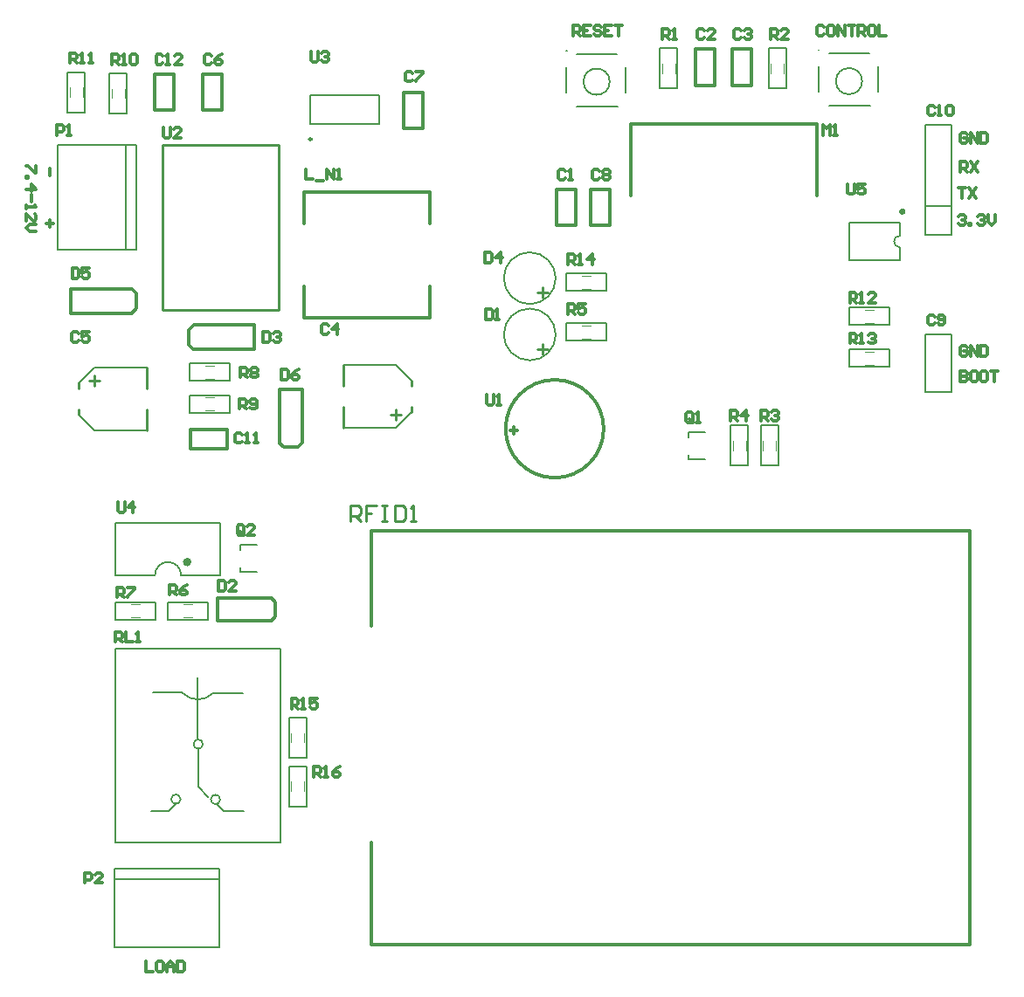
<source format=gto>
G04*
G04 #@! TF.GenerationSoftware,Altium Limited,Altium Designer,24.1.2 (44)*
G04*
G04 Layer_Color=65535*
%FSLAX43Y43*%
%MOMM*%
G71*
G04*
G04 #@! TF.SameCoordinates,54BEDA40-E342-42F5-ADC8-61CD6FAB378A*
G04*
G04*
G04 #@! TF.FilePolarity,Positive*
G04*
G01*
G75*
%ADD10C,0.203*%
%ADD11C,0.152*%
%ADD12C,0.300*%
%ADD13C,0.200*%
%ADD14C,0.250*%
%ADD15C,0.178*%
%ADD16C,0.381*%
%ADD17C,0.254*%
%ADD18C,0.127*%
%ADD19C,0.102*%
G36*
X86220Y76052D02*
Y76112D01*
X86266Y76222D01*
X86350Y76306D01*
X86460Y76352D01*
X86520D01*
X86580D01*
X86690Y76306D01*
X86774Y76222D01*
X86820Y76112D01*
Y76052D01*
Y75992D01*
X86774Y75882D01*
X86690Y75798D01*
X86580Y75752D01*
X86520D01*
X86460D01*
X86350Y75798D01*
X86266Y75882D01*
X86220Y75992D01*
Y76052D01*
D01*
D02*
G37*
D10*
X50419Y67075D02*
G03*
X52940Y69596I0J2521D01*
G01*
X47905D02*
G03*
X50419Y67082I2514J0D01*
G01*
Y72110D02*
G03*
X47905Y69596I0J-2514D01*
G01*
X52933D02*
G03*
X50419Y72110I-2514J0D01*
G01*
Y61614D02*
G03*
X52940Y64135I0J2521D01*
G01*
X47905D02*
G03*
X50419Y61621I2514J0D01*
G01*
Y66649D02*
G03*
X47905Y64135I0J-2514D01*
G01*
X52933D02*
G03*
X50419Y66649I-2514J0D01*
G01*
X8255Y54864D02*
X13335D01*
X8255Y60960D02*
X13335D01*
X6731Y56388D02*
X7239Y55880D01*
X8255Y54864D01*
X6731Y59436D02*
X7239Y59944D01*
X8255Y60960D01*
X37465Y55118D02*
X38481Y56134D01*
X38989Y56642D01*
X37465Y61214D02*
X38481Y60198D01*
X38989Y59690D01*
X32385Y55118D02*
X37465D01*
X32385Y61214D02*
X37465D01*
D11*
X58166Y88646D02*
G03*
X58166Y88646I-1270J0D01*
G01*
X82626Y88697D02*
G03*
X82626Y88697I-1270J0D01*
G01*
X54991Y86233D02*
X58928D01*
X53975Y87630D02*
Y90043D01*
X54991Y91313D02*
X58903D01*
X59690Y87630D02*
Y90043D01*
X84150Y87681D02*
Y90094D01*
X79451Y91364D02*
X83363D01*
X78435Y87681D02*
Y90094D01*
X79451Y86284D02*
X83388D01*
X10160Y11303D02*
X20320D01*
X10160Y4699D02*
Y12319D01*
X20320D01*
Y4699D02*
Y12319D01*
X10160Y4699D02*
X20320D01*
X11303Y72390D02*
Y82550D01*
X4699D02*
X12319D01*
Y72390D02*
Y82550D01*
X4699Y72390D02*
X12319D01*
X4699D02*
Y82550D01*
D12*
X57582Y54991D02*
G03*
X57582Y54991I-4750J0D01*
G01*
X28571Y77982D02*
X40771D01*
X28571Y65782D02*
X40771D01*
X28571D02*
Y68832D01*
Y74932D02*
Y77982D01*
X40771Y65782D02*
Y68832D01*
Y74932D02*
Y77982D01*
X35052Y5000D02*
Y14900D01*
Y35900D02*
Y45100D01*
X93052Y45100D01*
Y5000D02*
Y45100D01*
X35052Y5000D02*
X93052Y5000D01*
X60215Y84554D02*
X78215D01*
X60215Y77564D02*
Y84554D01*
X78215Y77564D02*
Y84554D01*
X54905Y74694D02*
Y75554D01*
X53045Y74694D02*
X54905D01*
X53045D02*
Y78214D01*
X54905D01*
Y75554D02*
Y78214D01*
X58207Y74694D02*
Y75554D01*
X56347Y74694D02*
X58207D01*
X56347D02*
Y78214D01*
X58207D01*
Y75554D02*
Y78214D01*
X66507Y90943D02*
Y91803D01*
X68367D01*
Y88283D02*
Y91803D01*
X66507Y88283D02*
X68367D01*
X66507D02*
Y90943D01*
X70063D02*
Y91803D01*
X71923D01*
Y88283D02*
Y91803D01*
X70063Y88283D02*
X71923D01*
X70063D02*
Y90943D01*
X20204Y54905D02*
X21064D01*
Y53045D02*
Y54905D01*
X17544Y53045D02*
X21064D01*
X17544D02*
Y54905D01*
X20204D01*
X23754Y62711D02*
Y65071D01*
X17804Y62711D02*
X23754D01*
X17364Y63151D02*
X17804Y62711D01*
X17364Y63151D02*
Y64591D01*
X17844Y65071D01*
X23754D01*
X20497Y36365D02*
X25397D01*
X25797Y36765D01*
Y38145D01*
X25377Y38565D02*
X25797Y38145D01*
X20187Y38565D02*
X25377D01*
X20187Y36365D02*
Y38565D01*
Y36365D02*
X20497D01*
X5920Y66210D02*
Y68570D01*
X11870D01*
X12310Y68130D01*
Y66690D02*
Y68130D01*
X11830Y66210D02*
X12310Y66690D01*
X5920Y66210D02*
X11830D01*
X38186Y86752D02*
Y87612D01*
X40046D01*
Y84092D02*
Y87612D01*
X38186Y84092D02*
X40046D01*
X38186D02*
Y86752D01*
X15916Y85870D02*
Y86730D01*
X14056Y85870D02*
X15916D01*
X14056D02*
Y89390D01*
X15916D01*
Y86730D02*
Y89390D01*
X20615Y85870D02*
Y86730D01*
X18755Y85870D02*
X20615D01*
X18755D02*
Y89390D01*
X20615D01*
Y86730D02*
Y89390D01*
X26205Y58497D02*
Y58807D01*
X28405D01*
Y53617D02*
Y58807D01*
X27985Y53197D02*
X28405Y53617D01*
X26605Y53197D02*
X27985D01*
X26205Y53597D02*
X26605Y53197D01*
X26205Y53597D02*
Y58497D01*
X28734Y80183D02*
Y79183D01*
X29400D01*
X29734Y79017D02*
X30400D01*
X30733Y79183D02*
Y80183D01*
X31400Y79183D01*
Y80183D01*
X31733Y79183D02*
X32066D01*
X31900D01*
Y80183D01*
X31733Y80017D01*
X6733Y64233D02*
X6567Y64400D01*
X6234D01*
X6067Y64233D01*
Y63567D01*
X6234Y63400D01*
X6567D01*
X6733Y63567D01*
X7733Y64400D02*
X7067D01*
Y63900D01*
X7400Y64067D01*
X7566D01*
X7733Y63900D01*
Y63567D01*
X7566Y63400D01*
X7233D01*
X7067Y63567D01*
X48560Y54862D02*
X49226D01*
X48893Y55195D02*
Y54529D01*
X2600Y80500D02*
Y79834D01*
X2433D01*
X1767Y80500D01*
X1600D01*
Y79500D02*
X1767D01*
Y79334D01*
X1600D01*
Y79500D01*
Y78167D02*
X2600D01*
X2100Y78667D01*
Y78001D01*
Y77668D02*
Y77001D01*
X1600Y76668D02*
Y76335D01*
Y76501D01*
X2600D01*
X2433Y76668D01*
X1600Y75168D02*
Y75835D01*
X2266Y75168D01*
X2433D01*
X2600Y75335D01*
Y75668D01*
X2433Y75835D01*
X2600Y74835D02*
X1933D01*
X1600Y74502D01*
X1933Y74169D01*
X2600D01*
X13254Y3332D02*
Y2332D01*
X13920D01*
X14754Y3332D02*
X14420D01*
X14254Y3165D01*
Y2499D01*
X14420Y2332D01*
X14754D01*
X14920Y2499D01*
Y3165D01*
X14754Y3332D01*
X15253Y2332D02*
Y2998D01*
X15587Y3332D01*
X15920Y2998D01*
Y2332D01*
Y2832D01*
X15253D01*
X16253Y3332D02*
Y2332D01*
X16753D01*
X16919Y2499D01*
Y3165D01*
X16753Y3332D01*
X16253D01*
X3891Y79548D02*
Y80214D01*
X92787Y62855D02*
X92621Y63022D01*
X92288D01*
X92121Y62855D01*
Y62189D01*
X92288Y62022D01*
X92621D01*
X92787Y62189D01*
Y62522D01*
X92454D01*
X93121Y62022D02*
Y63022D01*
X93787Y62022D01*
Y63022D01*
X94120D02*
Y62022D01*
X94620D01*
X94787Y62189D01*
Y62855D01*
X94620Y63022D01*
X94120D01*
X3602Y74928D02*
X4268D01*
X3935Y75261D02*
Y74595D01*
X91994Y75555D02*
X92161Y75722D01*
X92494D01*
X92660Y75555D01*
Y75388D01*
X92494Y75222D01*
X92327D01*
X92494D01*
X92660Y75055D01*
Y74889D01*
X92494Y74722D01*
X92161D01*
X91994Y74889D01*
X92994Y74722D02*
Y74889D01*
X93160D01*
Y74722D01*
X92994D01*
X93827Y75555D02*
X93993Y75722D01*
X94327D01*
X94493Y75555D01*
Y75388D01*
X94327Y75222D01*
X94160D01*
X94327D01*
X94493Y75055D01*
Y74889D01*
X94327Y74722D01*
X93993D01*
X93827Y74889D01*
X94826Y75722D02*
Y75055D01*
X95160Y74722D01*
X95493Y75055D01*
Y75722D01*
X91994Y78389D02*
X92660D01*
X92327D01*
Y77389D01*
X92994Y78389D02*
X93660Y77389D01*
Y78389D02*
X92994Y77389D01*
X92121Y79929D02*
Y80929D01*
X92621D01*
X92787Y80762D01*
Y80429D01*
X92621Y80262D01*
X92121D01*
X92454D02*
X92787Y79929D01*
X93121Y80929D02*
X93787Y79929D01*
Y80929D02*
X93121Y79929D01*
X92787Y83556D02*
X92621Y83723D01*
X92288D01*
X92121Y83556D01*
Y82890D01*
X92288Y82723D01*
X92621D01*
X92787Y82890D01*
Y83223D01*
X92454D01*
X93121Y82723D02*
Y83723D01*
X93787Y82723D01*
Y83723D01*
X94120D02*
Y82723D01*
X94620D01*
X94787Y82890D01*
Y83556D01*
X94620Y83723D01*
X94120D01*
X92121Y60609D02*
Y59609D01*
X92621D01*
X92787Y59776D01*
Y59942D01*
X92621Y60109D01*
X92121D01*
X92621D01*
X92787Y60275D01*
Y60442D01*
X92621Y60609D01*
X92121D01*
X93621D02*
X93287D01*
X93121Y60442D01*
Y59776D01*
X93287Y59609D01*
X93621D01*
X93787Y59776D01*
Y60442D01*
X93621Y60609D01*
X94620D02*
X94287D01*
X94120Y60442D01*
Y59776D01*
X94287Y59609D01*
X94620D01*
X94787Y59776D01*
Y60442D01*
X94620Y60609D01*
X95120D02*
X95786D01*
X95453D01*
Y59609D01*
X29484Y21217D02*
Y22217D01*
X29984D01*
X30151Y22050D01*
Y21717D01*
X29984Y21550D01*
X29484D01*
X29818D02*
X30151Y21217D01*
X30484D02*
X30817D01*
X30651D01*
Y22217D01*
X30484Y22050D01*
X31984Y22217D02*
X31650Y22050D01*
X31317Y21717D01*
Y21384D01*
X31484Y21217D01*
X31817D01*
X31984Y21384D01*
Y21550D01*
X31817Y21717D01*
X31317D01*
X27325Y27821D02*
Y28821D01*
X27825D01*
X27992Y28654D01*
Y28321D01*
X27825Y28154D01*
X27325D01*
X27659D02*
X27992Y27821D01*
X28325D02*
X28658D01*
X28492D01*
Y28821D01*
X28325Y28654D01*
X29825Y28821D02*
X29158D01*
Y28321D01*
X29491Y28488D01*
X29658D01*
X29825Y28321D01*
Y27988D01*
X29658Y27821D01*
X29325D01*
X29158Y27988D01*
X26368Y60756D02*
Y59756D01*
X26867D01*
X27034Y59923D01*
Y60589D01*
X26867Y60756D01*
X26368D01*
X28034D02*
X27701Y60589D01*
X27367Y60256D01*
Y59923D01*
X27534Y59756D01*
X27867D01*
X28034Y59923D01*
Y60089D01*
X27867Y60256D01*
X27367D01*
X54155Y70932D02*
Y71932D01*
X54655D01*
X54822Y71765D01*
Y71432D01*
X54655Y71265D01*
X54155D01*
X54488D02*
X54822Y70932D01*
X55155D02*
X55488D01*
X55321D01*
Y71932D01*
X55155Y71765D01*
X56488Y70932D02*
Y71932D01*
X55988Y71432D01*
X56654D01*
X6073Y70535D02*
Y69535D01*
X6573D01*
X6739Y69702D01*
Y70368D01*
X6573Y70535D01*
X6073D01*
X7739D02*
X7073D01*
Y70035D01*
X7406Y70201D01*
X7573D01*
X7739Y70035D01*
Y69702D01*
X7573Y69535D01*
X7239D01*
X7073Y69702D01*
X46067Y72100D02*
Y71100D01*
X46567D01*
X46733Y71267D01*
Y71933D01*
X46567Y72100D01*
X46067D01*
X47566Y71100D02*
Y72100D01*
X47067Y71600D01*
X47733D01*
X81209Y78732D02*
Y77899D01*
X81376Y77732D01*
X81709D01*
X81875Y77899D01*
Y78732D01*
X82875D02*
X82209D01*
Y78232D01*
X82542Y78399D01*
X82708D01*
X82875Y78232D01*
Y77899D01*
X82708Y77732D01*
X82375D01*
X82209Y77899D01*
X10493Y47878D02*
Y47045D01*
X10659Y46878D01*
X10992D01*
X11159Y47045D01*
Y47878D01*
X11992Y46878D02*
Y47878D01*
X11492Y47378D01*
X12159D01*
X29266Y91559D02*
Y90726D01*
X29433Y90559D01*
X29766D01*
X29932Y90726D01*
Y91559D01*
X30266Y91392D02*
X30432Y91559D01*
X30765D01*
X30932Y91392D01*
Y91226D01*
X30765Y91059D01*
X30599D01*
X30765D01*
X30932Y90892D01*
Y90726D01*
X30765Y90559D01*
X30432D01*
X30266Y90726D01*
X14915Y84193D02*
Y83360D01*
X15082Y83193D01*
X15415D01*
X15581Y83360D01*
Y84193D01*
X16581Y83193D02*
X15915D01*
X16581Y83860D01*
Y84026D01*
X16414Y84193D01*
X16081D01*
X15915Y84026D01*
X46234Y58300D02*
Y57467D01*
X46400Y57300D01*
X46733D01*
X46900Y57467D01*
Y58300D01*
X47233Y57300D02*
X47566D01*
X47400D01*
Y58300D01*
X47233Y58133D01*
X78934Y93933D02*
X78768Y94100D01*
X78434D01*
X78268Y93933D01*
Y93267D01*
X78434Y93100D01*
X78768D01*
X78934Y93267D01*
X79767Y94100D02*
X79434D01*
X79267Y93933D01*
Y93267D01*
X79434Y93100D01*
X79767D01*
X79934Y93267D01*
Y93933D01*
X79767Y94100D01*
X80267Y93100D02*
Y94100D01*
X80934Y93100D01*
Y94100D01*
X81267D02*
X81933D01*
X81600D01*
Y93100D01*
X82266D02*
Y94100D01*
X82766D01*
X82933Y93933D01*
Y93600D01*
X82766Y93433D01*
X82266D01*
X82600D02*
X82933Y93100D01*
X83766Y94100D02*
X83433D01*
X83266Y93933D01*
Y93267D01*
X83433Y93100D01*
X83766D01*
X83933Y93267D01*
Y93933D01*
X83766Y94100D01*
X84266D02*
Y93100D01*
X84932D01*
X54667D02*
Y94100D01*
X55167D01*
X55334Y93933D01*
Y93600D01*
X55167Y93433D01*
X54667D01*
X55001D02*
X55334Y93100D01*
X56334Y94100D02*
X55667D01*
Y93100D01*
X56334D01*
X55667Y93600D02*
X56000D01*
X57333Y93933D02*
X57167Y94100D01*
X56833D01*
X56667Y93933D01*
Y93767D01*
X56833Y93600D01*
X57167D01*
X57333Y93433D01*
Y93267D01*
X57167Y93100D01*
X56833D01*
X56667Y93267D01*
X58333Y94100D02*
X57666D01*
Y93100D01*
X58333D01*
X57666Y93600D02*
X58000D01*
X58666Y94100D02*
X59333D01*
X58999D01*
Y93100D01*
X10264Y34298D02*
Y35298D01*
X10764D01*
X10930Y35131D01*
Y34798D01*
X10764Y34631D01*
X10264D01*
X10597D02*
X10930Y34298D01*
X11263Y35298D02*
Y34298D01*
X11930D01*
X12263D02*
X12596D01*
X12430D01*
Y35298D01*
X12263Y35131D01*
X81427Y63254D02*
Y64254D01*
X81927D01*
X82094Y64087D01*
Y63754D01*
X81927Y63587D01*
X81427D01*
X81761D02*
X82094Y63254D01*
X82427D02*
X82760D01*
X82594D01*
Y64254D01*
X82427Y64087D01*
X83260D02*
X83427Y64254D01*
X83760D01*
X83927Y64087D01*
Y63921D01*
X83760Y63754D01*
X83593D01*
X83760D01*
X83927Y63587D01*
Y63421D01*
X83760Y63254D01*
X83427D01*
X83260Y63421D01*
X81427Y67191D02*
Y68191D01*
X81927D01*
X82094Y68024D01*
Y67691D01*
X81927Y67524D01*
X81427D01*
X81761D02*
X82094Y67191D01*
X82427D02*
X82760D01*
X82594D01*
Y68191D01*
X82427Y68024D01*
X83927Y67191D02*
X83260D01*
X83927Y67858D01*
Y68024D01*
X83760Y68191D01*
X83427D01*
X83260Y68024D01*
X5870Y90439D02*
Y91439D01*
X6370D01*
X6536Y91272D01*
Y90939D01*
X6370Y90772D01*
X5870D01*
X6203D02*
X6536Y90439D01*
X6869D02*
X7203D01*
X7036D01*
Y91439D01*
X6869Y91272D01*
X7703Y90439D02*
X8036D01*
X7869D01*
Y91439D01*
X7703Y91272D01*
X9908Y90338D02*
Y91337D01*
X10408D01*
X10575Y91171D01*
Y90837D01*
X10408Y90671D01*
X9908D01*
X10242D02*
X10575Y90338D01*
X10908D02*
X11241D01*
X11075D01*
Y91337D01*
X10908Y91171D01*
X11741D02*
X11908Y91337D01*
X12241D01*
X12408Y91171D01*
Y90504D01*
X12241Y90338D01*
X11908D01*
X11741Y90504D01*
Y91171D01*
X22281Y56904D02*
Y57904D01*
X22781D01*
X22947Y57737D01*
Y57404D01*
X22781Y57237D01*
X22281D01*
X22614D02*
X22947Y56904D01*
X23281Y57071D02*
X23447Y56904D01*
X23780D01*
X23947Y57071D01*
Y57737D01*
X23780Y57904D01*
X23447D01*
X23281Y57737D01*
Y57571D01*
X23447Y57404D01*
X23947D01*
X22408Y59952D02*
Y60952D01*
X22908D01*
X23074Y60785D01*
Y60452D01*
X22908Y60285D01*
X22408D01*
X22741D02*
X23074Y59952D01*
X23408Y60785D02*
X23574Y60952D01*
X23907D01*
X24074Y60785D01*
Y60619D01*
X23907Y60452D01*
X24074Y60285D01*
Y60119D01*
X23907Y59952D01*
X23574D01*
X23408Y60119D01*
Y60285D01*
X23574Y60452D01*
X23408Y60619D01*
Y60785D01*
X23574Y60452D02*
X23907D01*
X10470Y38616D02*
Y39616D01*
X10970D01*
X11136Y39449D01*
Y39116D01*
X10970Y38949D01*
X10470D01*
X10803D02*
X11136Y38616D01*
X11470Y39616D02*
X12136D01*
Y39449D01*
X11470Y38783D01*
Y38616D01*
X15550Y38870D02*
Y39870D01*
X16050D01*
X16216Y39703D01*
Y39370D01*
X16050Y39203D01*
X15550D01*
X15883D02*
X16216Y38870D01*
X17216Y39870D02*
X16883Y39703D01*
X16550Y39370D01*
Y39037D01*
X16716Y38870D01*
X17049D01*
X17216Y39037D01*
Y39203D01*
X17049Y39370D01*
X16550D01*
X54155Y66106D02*
Y67106D01*
X54655D01*
X54822Y66939D01*
Y66606D01*
X54655Y66439D01*
X54155D01*
X54488D02*
X54822Y66106D01*
X55821Y67106D02*
X55155D01*
Y66606D01*
X55488Y66772D01*
X55655D01*
X55821Y66606D01*
Y66273D01*
X55655Y66106D01*
X55321D01*
X55155Y66273D01*
X69906Y55761D02*
Y56761D01*
X70406D01*
X70572Y56594D01*
Y56261D01*
X70406Y56094D01*
X69906D01*
X70239D02*
X70572Y55761D01*
X71405D02*
Y56761D01*
X70906Y56261D01*
X71572D01*
X72827Y55761D02*
Y56761D01*
X73327D01*
X73493Y56594D01*
Y56261D01*
X73327Y56094D01*
X72827D01*
X73160D02*
X73493Y55761D01*
X73827Y56594D02*
X73993Y56761D01*
X74326D01*
X74493Y56594D01*
Y56428D01*
X74326Y56261D01*
X74160D01*
X74326D01*
X74493Y56094D01*
Y55928D01*
X74326Y55761D01*
X73993D01*
X73827Y55928D01*
X73789Y92751D02*
Y93750D01*
X74289D01*
X74456Y93584D01*
Y93250D01*
X74289Y93084D01*
X73789D01*
X74123D02*
X74456Y92751D01*
X75456D02*
X74789D01*
X75456Y93417D01*
Y93584D01*
X75289Y93750D01*
X74956D01*
X74789Y93584D01*
X63248Y92751D02*
Y93750D01*
X63748D01*
X63915Y93584D01*
Y93250D01*
X63748Y93084D01*
X63248D01*
X63582D02*
X63915Y92751D01*
X64248D02*
X64581D01*
X64415D01*
Y93750D01*
X64248Y93584D01*
X22741Y44860D02*
Y45527D01*
X22575Y45693D01*
X22242D01*
X22075Y45527D01*
Y44860D01*
X22242Y44694D01*
X22575D01*
X22408Y45027D02*
X22741Y44694D01*
X22575D02*
X22741Y44860D01*
X23741Y44694D02*
X23075D01*
X23741Y45360D01*
Y45527D01*
X23575Y45693D01*
X23241D01*
X23075Y45527D01*
X66201Y55782D02*
Y56449D01*
X66034Y56615D01*
X65701D01*
X65534Y56449D01*
Y55782D01*
X65701Y55616D01*
X66034D01*
X65868Y55949D02*
X66201Y55616D01*
X66034D02*
X66201Y55782D01*
X66534Y55616D02*
X66867D01*
X66701D01*
Y56615D01*
X66534Y56449D01*
X7295Y10930D02*
Y11930D01*
X7795D01*
X7961Y11763D01*
Y11430D01*
X7795Y11263D01*
X7295D01*
X8961Y10930D02*
X8295D01*
X8961Y11597D01*
Y11763D01*
X8794Y11930D01*
X8461D01*
X8295Y11763D01*
X4625Y83429D02*
Y84428D01*
X5125D01*
X5292Y84262D01*
Y83929D01*
X5125Y83762D01*
X4625D01*
X5625Y83429D02*
X5958D01*
X5791D01*
Y84428D01*
X5625Y84262D01*
X78836Y83447D02*
Y84447D01*
X79169Y84114D01*
X79502Y84447D01*
Y83447D01*
X79835D02*
X80168D01*
X80002D01*
Y84447D01*
X79835Y84280D01*
X24567Y64381D02*
Y63381D01*
X25067D01*
X25233Y63548D01*
Y64214D01*
X25067Y64381D01*
X24567D01*
X25567Y64214D02*
X25733Y64381D01*
X26066D01*
X26233Y64214D01*
Y64048D01*
X26066Y63881D01*
X25900D01*
X26066D01*
X26233Y63714D01*
Y63548D01*
X26066Y63381D01*
X25733D01*
X25567Y63548D01*
X20249Y40251D02*
Y39251D01*
X20749D01*
X20915Y39418D01*
Y40084D01*
X20749Y40251D01*
X20249D01*
X21915Y39251D02*
X21249D01*
X21915Y39918D01*
Y40084D01*
X21748Y40251D01*
X21415D01*
X21249Y40084D01*
X46134Y66600D02*
Y65600D01*
X46633D01*
X46800Y65767D01*
Y66433D01*
X46633Y66600D01*
X46134D01*
X47133Y65600D02*
X47466D01*
X47300D01*
Y66600D01*
X47133Y66433D01*
X14867Y91171D02*
X14701Y91337D01*
X14368D01*
X14201Y91171D01*
Y90504D01*
X14368Y90338D01*
X14701D01*
X14867Y90504D01*
X15201Y90338D02*
X15534D01*
X15367D01*
Y91337D01*
X15201Y91171D01*
X16700Y90338D02*
X16034D01*
X16700Y91004D01*
Y91171D01*
X16534Y91337D01*
X16200D01*
X16034Y91171D01*
X22570Y54435D02*
X22404Y54602D01*
X22071D01*
X21904Y54435D01*
Y53769D01*
X22071Y53602D01*
X22404D01*
X22570Y53769D01*
X22904Y53602D02*
X23237D01*
X23070D01*
Y54602D01*
X22904Y54435D01*
X23737Y53602D02*
X24070D01*
X23903D01*
Y54602D01*
X23737Y54435D01*
X89645Y86192D02*
X89478Y86359D01*
X89145D01*
X88979Y86192D01*
Y85526D01*
X89145Y85359D01*
X89478D01*
X89645Y85526D01*
X89978Y85359D02*
X90312D01*
X90145D01*
Y86359D01*
X89978Y86192D01*
X90811D02*
X90978Y86359D01*
X91311D01*
X91478Y86192D01*
Y85526D01*
X91311Y85359D01*
X90978D01*
X90811Y85526D01*
Y86192D01*
X89645Y65872D02*
X89478Y66039D01*
X89145D01*
X88979Y65872D01*
Y65206D01*
X89145Y65039D01*
X89478D01*
X89645Y65206D01*
X89978D02*
X90145Y65039D01*
X90478D01*
X90645Y65206D01*
Y65872D01*
X90478Y66039D01*
X90145D01*
X89978Y65872D01*
Y65706D01*
X90145Y65539D01*
X90645D01*
X57158Y79995D02*
X56992Y80161D01*
X56659D01*
X56492Y79995D01*
Y79328D01*
X56659Y79162D01*
X56992D01*
X57158Y79328D01*
X57492Y79995D02*
X57658Y80161D01*
X57992D01*
X58158Y79995D01*
Y79828D01*
X57992Y79661D01*
X58158Y79495D01*
Y79328D01*
X57992Y79162D01*
X57658D01*
X57492Y79328D01*
Y79495D01*
X57658Y79661D01*
X57492Y79828D01*
Y79995D01*
X57658Y79661D02*
X57992D01*
X39076Y89487D02*
X38910Y89654D01*
X38577D01*
X38410Y89487D01*
Y88821D01*
X38577Y88654D01*
X38910D01*
X39076Y88821D01*
X39410Y89654D02*
X40076D01*
Y89487D01*
X39410Y88821D01*
Y88654D01*
X19566Y91171D02*
X19400Y91337D01*
X19067D01*
X18900Y91171D01*
Y90504D01*
X19067Y90338D01*
X19400D01*
X19566Y90504D01*
X20566Y91337D02*
X20233Y91171D01*
X19900Y90837D01*
Y90504D01*
X20066Y90338D01*
X20400D01*
X20566Y90504D01*
Y90671D01*
X20400Y90837D01*
X19900D01*
X30895Y64958D02*
X30728Y65124D01*
X30395D01*
X30228Y64958D01*
Y64291D01*
X30395Y64125D01*
X30728D01*
X30895Y64291D01*
X31728Y64125D02*
Y65124D01*
X31228Y64625D01*
X31895D01*
X70874Y93584D02*
X70708Y93750D01*
X70375D01*
X70208Y93584D01*
Y92917D01*
X70375Y92751D01*
X70708D01*
X70874Y92917D01*
X71208Y93584D02*
X71374Y93750D01*
X71708D01*
X71874Y93584D01*
Y93417D01*
X71708Y93250D01*
X71541D01*
X71708D01*
X71874Y93084D01*
Y92917D01*
X71708Y92751D01*
X71374D01*
X71208Y92917D01*
X67318Y93584D02*
X67152Y93750D01*
X66819D01*
X66652Y93584D01*
Y92917D01*
X66819Y92751D01*
X67152D01*
X67318Y92917D01*
X68318Y92751D02*
X67652D01*
X68318Y93417D01*
Y93584D01*
X68152Y93750D01*
X67818D01*
X67652Y93584D01*
X53856Y79995D02*
X53690Y80161D01*
X53357D01*
X53190Y79995D01*
Y79328D01*
X53357Y79162D01*
X53690D01*
X53856Y79328D01*
X54190Y79162D02*
X54523D01*
X54356D01*
Y80161D01*
X54190Y79995D01*
D13*
X86270Y73702D02*
G03*
X86270Y72602I0J-550D01*
G01*
X88773Y76581D02*
X91313D01*
X88773Y73791D02*
X91313D01*
X88773D02*
Y84451D01*
X91313Y73791D02*
Y84451D01*
X88773D02*
X91313D01*
X88773Y64131D02*
X91313D01*
Y58551D02*
Y64131D01*
X88773Y58551D02*
X91313D01*
X88773D02*
Y64131D01*
X65806Y54640D02*
X67431D01*
X65806Y52040D02*
X67431D01*
X65806D02*
Y52490D01*
Y54190D02*
Y54640D01*
X86270Y71352D02*
Y72602D01*
Y73702D02*
Y74952D01*
X81380Y71352D02*
X86270D01*
X81380D02*
Y74952D01*
X86270D01*
X35862Y84579D02*
Y87379D01*
X29162Y84579D02*
Y87379D01*
X35862D01*
X29162Y84579D02*
X35862D01*
X22352Y43268D02*
Y43718D01*
Y41118D02*
Y41568D01*
Y41118D02*
X23977D01*
X22352Y43718D02*
X23977D01*
D14*
X29287Y83079D02*
G03*
X29287Y83079I-125J0D01*
G01*
D15*
X16581Y19070D02*
G03*
X16581Y19070I-452J0D01*
G01*
X20417Y19045D02*
G03*
X20417Y19045I-452J0D01*
G01*
X18740Y24404D02*
G03*
X18740Y24404I-452J0D01*
G01*
X16789Y29362D02*
G03*
X19736Y29337I1486J1461D01*
G01*
X16636Y40757D02*
G03*
X14097Y40767I-1269J43D01*
G01*
X53975Y91669D02*
X54000Y91694D01*
X78435Y91719D02*
X78461Y91745D01*
X18263Y24917D02*
Y30836D01*
X10287Y14859D02*
X26289D01*
X10287Y33655D02*
X26289D01*
X10287Y14859D02*
Y33655D01*
X26289Y14859D02*
Y33655D01*
X20777Y17932D02*
X22708D01*
X20117Y18593D02*
X20777Y17932D01*
X13767D02*
X15443D01*
X16129Y18618D01*
X18288Y20269D02*
Y23901D01*
Y20269D02*
X19279Y19279D01*
X13894Y29388D02*
X16764D01*
X19761Y29362D02*
X22657D01*
X10287Y40767D02*
Y45847D01*
X20447D01*
Y40767D02*
Y45847D01*
X10287Y40767D02*
X14072D01*
X16637D02*
X20447D01*
D16*
X17424Y42062D02*
G03*
X17424Y42062I-203J0D01*
G01*
D17*
X6731Y58928D02*
Y59436D01*
Y56388D02*
Y56896D01*
X13335Y58928D02*
Y60960D01*
Y54864D02*
Y56896D01*
X51689Y67691D02*
Y68707D01*
X51181Y68199D02*
X52197D01*
X51689Y62230D02*
Y63246D01*
X51181Y62738D02*
X52197D01*
X19603Y66528D02*
X23916D01*
X26072D01*
X17447D02*
X19603D01*
X15478D02*
X16791D01*
X14822D02*
X15478D01*
X16791D02*
X17447D01*
X14822D02*
Y82528D01*
X26072Y66528D02*
Y82528D01*
X14822D02*
X26072D01*
X32385Y59182D02*
Y61214D01*
Y55118D02*
Y57150D01*
X38989Y59182D02*
Y59690D01*
Y56642D02*
Y57150D01*
X7747Y59690D02*
X8763D01*
X8255Y60198D02*
Y59182D01*
X37973Y56388D02*
X36957D01*
X37465Y55880D02*
Y56896D01*
X33022Y46015D02*
Y47538D01*
X33784D01*
X34038Y47284D01*
Y46776D01*
X33784Y46522D01*
X33022D01*
X33530D02*
X34038Y46015D01*
X35562Y47538D02*
X34546D01*
Y46776D01*
X35054D01*
X34546D01*
Y46015D01*
X36069Y47538D02*
X36577D01*
X36323D01*
Y46015D01*
X36069D01*
X36577D01*
X37339Y47538D02*
Y46015D01*
X38101D01*
X38355Y46269D01*
Y47284D01*
X38101Y47538D01*
X37339D01*
X38863Y46015D02*
X39370D01*
X39116D01*
Y47538D01*
X38863Y47284D01*
D18*
X27102Y23063D02*
X28804D01*
X27102D02*
Y26949D01*
X28804D01*
Y23063D02*
Y26949D01*
X27102Y18364D02*
X28804D01*
X27102D02*
Y22250D01*
X28804D01*
Y18364D02*
Y22250D01*
X85268Y61011D02*
Y62713D01*
X81382Y61011D02*
X85268D01*
X81382D02*
Y62713D01*
X85268D01*
X69875Y55296D02*
X71577D01*
Y51410D02*
Y55296D01*
X69875Y51410D02*
X71577D01*
X69875D02*
Y55296D01*
X72796D02*
X74498D01*
Y51410D02*
Y55296D01*
X72796Y51410D02*
X74498D01*
X72796D02*
Y55296D01*
X53924Y63525D02*
X57810D01*
Y65227D01*
X53924D02*
X57810D01*
X53924Y63525D02*
Y65227D01*
Y68351D02*
X57810D01*
Y70053D01*
X53924D02*
X57810D01*
X53924Y68351D02*
Y70053D01*
X85268Y65075D02*
Y66777D01*
X81382Y65075D02*
X85268D01*
X81382D02*
Y66777D01*
X85268D01*
X63017Y87986D02*
Y91872D01*
Y87986D02*
X64719D01*
Y91872D01*
X63017D02*
X64719D01*
X73558Y87986D02*
Y91872D01*
Y87986D02*
X75260D01*
Y91872D01*
X73558D02*
X75260D01*
X17475Y56540D02*
X21361D01*
Y58242D01*
X17475D02*
X21361D01*
X17475Y56540D02*
Y58242D01*
X17501Y61316D02*
X21387D01*
X17501Y59614D02*
Y61316D01*
Y59614D02*
X21387D01*
Y61316D01*
X15316Y36474D02*
X19202D01*
Y38176D01*
X15316D02*
X19202D01*
X15316Y36474D02*
Y38176D01*
X10236Y36474D02*
X14122D01*
Y38176D01*
X10236D02*
X14122D01*
X10236Y36474D02*
Y38176D01*
X7341Y85674D02*
Y89560D01*
X5639D02*
X7341D01*
X5639Y85674D02*
Y89560D01*
Y85674D02*
X7341D01*
X9677Y85573D02*
Y89459D01*
Y85573D02*
X11379D01*
Y89459D01*
X9677D02*
X11379D01*
D19*
X28575Y24587D02*
Y25451D01*
X27305Y24587D02*
Y25451D01*
X28575Y19888D02*
Y20752D01*
X27305Y19888D02*
Y20752D01*
X82880Y62484D02*
X83744D01*
X82880Y61214D02*
X83744D01*
X70104Y52908D02*
Y53772D01*
X71374Y52908D02*
Y53772D01*
X73025Y52908D02*
Y53772D01*
X74295Y52908D02*
Y53772D01*
X55448Y65024D02*
X56312D01*
X55448Y63754D02*
X56312D01*
X55448Y69850D02*
X56312D01*
X55448Y68580D02*
X56312D01*
X82880Y66548D02*
X83744D01*
X82880Y65278D02*
X83744D01*
X64516Y89484D02*
Y90348D01*
X63246Y89484D02*
Y90348D01*
X75057Y89484D02*
Y90348D01*
X73787Y89484D02*
Y90348D01*
X18999Y58039D02*
X19863D01*
X18999Y56769D02*
X19863D01*
X18999Y59817D02*
X19863D01*
X18999Y61087D02*
X19863D01*
X16840Y37973D02*
X17704D01*
X16840Y36703D02*
X17704D01*
X11760Y37973D02*
X12624D01*
X11760Y36703D02*
X12624D01*
X5842Y87198D02*
Y88062D01*
X7112Y87198D02*
Y88062D01*
X11176Y87071D02*
Y87935D01*
X9906Y87071D02*
Y87935D01*
M02*

</source>
